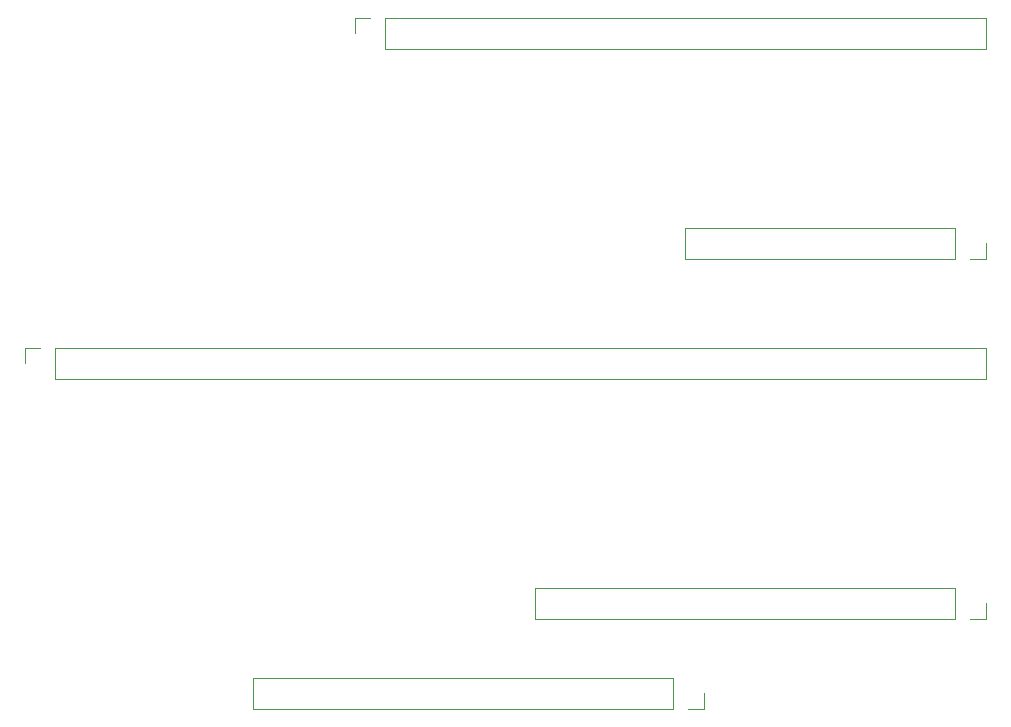
<source format=gbr>
%TF.GenerationSoftware,KiCad,Pcbnew,(5.1.10-1-10_14)*%
%TF.CreationDate,2021-11-23T11:12:12-05:00*%
%TF.ProjectId,control-unit,636f6e74-726f-46c2-9d75-6e69742e6b69,rev?*%
%TF.SameCoordinates,Original*%
%TF.FileFunction,Legend,Bot*%
%TF.FilePolarity,Positive*%
%FSLAX46Y46*%
G04 Gerber Fmt 4.6, Leading zero omitted, Abs format (unit mm)*
G04 Created by KiCad (PCBNEW (5.1.10-1-10_14)) date 2021-11-23 11:12:12*
%MOMM*%
%LPD*%
G01*
G04 APERTURE LIST*
%ADD10C,0.120000*%
G04 APERTURE END LIST*
D10*
%TO.C,J1*%
X176590000Y-117916000D02*
X176590000Y-116586000D01*
X175260000Y-117916000D02*
X176590000Y-117916000D01*
X173990000Y-117916000D02*
X173990000Y-115256000D01*
X173990000Y-115256000D02*
X138370000Y-115256000D01*
X173990000Y-117916000D02*
X138370000Y-117916000D01*
X138370000Y-117916000D02*
X138370000Y-115256000D01*
%TO.C,J7*%
X174946000Y-79816000D02*
X174946000Y-77156000D01*
X197866000Y-79816000D02*
X174946000Y-79816000D01*
X197866000Y-77156000D02*
X174946000Y-77156000D01*
X197866000Y-79816000D02*
X197866000Y-77156000D01*
X199136000Y-79816000D02*
X200466000Y-79816000D01*
X200466000Y-79816000D02*
X200466000Y-78486000D01*
%TO.C,J4*%
X119066000Y-87316000D02*
X119066000Y-88646000D01*
X120396000Y-87316000D02*
X119066000Y-87316000D01*
X121666000Y-87316000D02*
X121666000Y-89976000D01*
X121666000Y-89976000D02*
X200466000Y-89976000D01*
X121666000Y-87316000D02*
X200466000Y-87316000D01*
X200466000Y-87316000D02*
X200466000Y-89976000D01*
%TO.C,J11*%
X162246000Y-110296000D02*
X162246000Y-107636000D01*
X197866000Y-110296000D02*
X162246000Y-110296000D01*
X197866000Y-107636000D02*
X162246000Y-107636000D01*
X197866000Y-110296000D02*
X197866000Y-107636000D01*
X199136000Y-110296000D02*
X200466000Y-110296000D01*
X200466000Y-110296000D02*
X200466000Y-108966000D01*
%TO.C,J2*%
X200466000Y-59376000D02*
X200466000Y-62036000D01*
X149606000Y-59376000D02*
X200466000Y-59376000D01*
X149606000Y-62036000D02*
X200466000Y-62036000D01*
X149606000Y-59376000D02*
X149606000Y-62036000D01*
X148336000Y-59376000D02*
X147006000Y-59376000D01*
X147006000Y-59376000D02*
X147006000Y-60706000D01*
%TD*%
M02*

</source>
